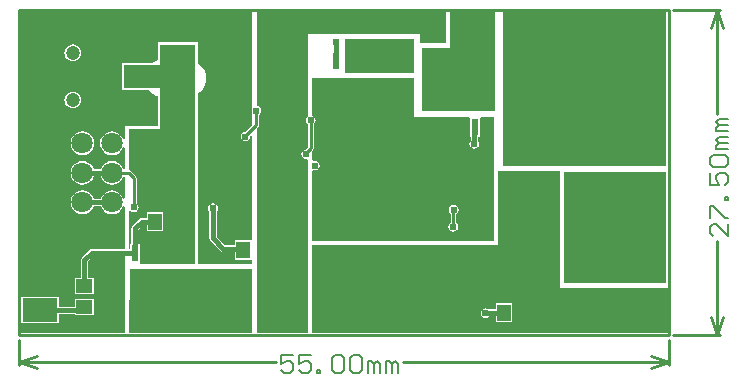
<source format=gtl>
G04*
G04 #@! TF.GenerationSoftware,Altium Limited,Altium Designer,20.0.2 (26)*
G04*
G04 Layer_Physical_Order=1*
G04 Layer_Color=255*
%FSLAX25Y25*%
%MOIN*%
G70*
G01*
G75*
%ADD12C,0.01500*%
%ADD13C,0.01000*%
%ADD14C,0.00600*%
%ADD15R,0.04567X0.05787*%
%ADD16R,0.07087X0.04449*%
%ADD17R,0.04449X0.07087*%
%ADD18R,0.05787X0.04567*%
%ADD19R,0.19685X0.13780*%
%ADD20R,0.11811X0.19685*%
%ADD21R,0.02402X0.05512*%
%ADD22R,0.15748X0.15000*%
%ADD23R,0.11811X0.07874*%
%ADD24R,0.04921X0.03937*%
%ADD45C,0.02000*%
%ADD46O,0.08661X0.05118*%
%ADD47C,0.04724*%
%ADD48R,0.14173X0.07874*%
%ADD49R,0.07874X0.14173*%
%ADD50R,0.06693X0.06693*%
%ADD51C,0.06693*%
%ADD52R,0.19685X0.11811*%
%ADD53R,0.07087X0.07087*%
%ADD54C,0.07087*%
%ADD55C,0.07087*%
%ADD56C,0.02400*%
G36*
X248500Y203500D02*
X240000D01*
Y206500D01*
X202500D01*
Y179056D01*
X202346Y178954D01*
X201993Y178424D01*
X201869Y177800D01*
X201993Y177176D01*
X202346Y176646D01*
X202500Y176544D01*
Y168777D01*
X201944Y168220D01*
X201376Y168107D01*
X200847Y167754D01*
X200493Y167224D01*
X200369Y166600D01*
X200493Y165976D01*
X200847Y165446D01*
X201376Y165093D01*
X202000Y164969D01*
X202114Y164991D01*
X202500Y164674D01*
Y107000D01*
X185500D01*
Y175049D01*
X185984Y175532D01*
X186182Y175830D01*
X186252Y176181D01*
Y179791D01*
X186488Y179949D01*
X186842Y180478D01*
X186966Y181102D01*
X186842Y181727D01*
X186488Y182256D01*
X185959Y182609D01*
X185500Y182701D01*
Y214000D01*
X248500D01*
Y203500D01*
D02*
G37*
G36*
X238000Y193500D02*
X215000D01*
Y205000D01*
X238000D01*
Y193500D01*
D02*
G37*
G36*
X265000Y181000D02*
X240500D01*
Y202000D01*
X250000D01*
Y214000D01*
X265000D01*
Y181000D01*
D02*
G37*
G36*
X184000Y181985D02*
X183827Y181727D01*
X183703Y181102D01*
X183827Y180478D01*
X184000Y180220D01*
Y176144D01*
X181889Y174033D01*
X181693Y174072D01*
X181069Y173948D01*
X180539Y173594D01*
X180186Y173065D01*
X180062Y172441D01*
X180186Y171817D01*
X180539Y171287D01*
X181069Y170934D01*
X181693Y170810D01*
X182317Y170934D01*
X182846Y171287D01*
X183200Y171817D01*
X183324Y172441D01*
X183273Y172698D01*
X183507Y172913D01*
X184000Y172704D01*
Y138110D01*
X183530Y138038D01*
X183500Y138038D01*
X178163D01*
Y136212D01*
X174799D01*
X172039Y138972D01*
Y147398D01*
X172373Y147899D01*
X172497Y148524D01*
X172373Y149148D01*
X172020Y149677D01*
X171490Y150031D01*
X170866Y150155D01*
X170242Y150031D01*
X169713Y149677D01*
X169359Y149148D01*
X169235Y148524D01*
X169359Y147899D01*
X169694Y147398D01*
Y138487D01*
X169783Y138038D01*
X170037Y137657D01*
X173484Y134210D01*
X173865Y133956D01*
X174313Y133867D01*
X178163D01*
Y131450D01*
X183500D01*
X183530Y131450D01*
X184000Y131378D01*
Y130000D01*
X166000D01*
Y186887D01*
X166685Y187449D01*
X167473Y188409D01*
X168058Y189504D01*
X168419Y190693D01*
X168541Y191929D01*
X168419Y193165D01*
X168058Y194354D01*
X167473Y195449D01*
X166685Y196409D01*
X166000Y196971D01*
Y204000D01*
X152500D01*
Y197963D01*
X151906Y197783D01*
X150811Y197197D01*
X150570Y197000D01*
X140500D01*
Y188000D01*
X149398D01*
X149850Y187449D01*
X150811Y186661D01*
X151906Y186075D01*
X152500Y185895D01*
Y176000D01*
X141437D01*
Y171570D01*
X140937Y171471D01*
X140649Y172166D01*
X140017Y172990D01*
X139193Y173622D01*
X138234Y174019D01*
X137205Y174154D01*
X136175Y174019D01*
X135216Y173622D01*
X134392Y172990D01*
X133760Y172166D01*
X133363Y171207D01*
X133227Y170177D01*
X133363Y169148D01*
X133760Y168189D01*
X134392Y167365D01*
X135216Y166733D01*
X136175Y166335D01*
X137205Y166200D01*
X138234Y166335D01*
X139193Y166733D01*
X140017Y167365D01*
X140649Y168189D01*
X140937Y168883D01*
X141437Y168784D01*
Y161728D01*
X140937Y161628D01*
X140649Y162323D01*
X140017Y163147D01*
X139193Y163779D01*
X138234Y164176D01*
X137205Y164312D01*
X136175Y164176D01*
X135216Y163779D01*
X134392Y163147D01*
X133760Y162323D01*
X133422Y161507D01*
X131145D01*
X130807Y162323D01*
X130175Y163147D01*
X129351Y163779D01*
X128392Y164176D01*
X127362Y164312D01*
X126333Y164176D01*
X125373Y163779D01*
X124550Y163147D01*
X123918Y162323D01*
X123520Y161364D01*
X123385Y160335D01*
X123520Y159305D01*
X123918Y158346D01*
X124550Y157522D01*
X125373Y156890D01*
X126333Y156493D01*
X127362Y156357D01*
X128392Y156493D01*
X129351Y156890D01*
X130175Y157522D01*
X130807Y158346D01*
X131145Y159162D01*
X133422D01*
X133760Y158346D01*
X134392Y157522D01*
X135216Y156890D01*
X136175Y156493D01*
X137205Y156357D01*
X138234Y156493D01*
X139193Y156890D01*
X140017Y157522D01*
X140649Y158346D01*
X140937Y159041D01*
X141437Y158941D01*
Y151885D01*
X140937Y151786D01*
X140649Y152481D01*
X140017Y153305D01*
X139193Y153937D01*
X138234Y154334D01*
X137205Y154470D01*
X136175Y154334D01*
X135216Y153937D01*
X134392Y153305D01*
X133760Y152481D01*
X133422Y151665D01*
X131145D01*
X130807Y152481D01*
X130175Y153305D01*
X129351Y153937D01*
X128392Y154334D01*
X127362Y154470D01*
X126333Y154334D01*
X125373Y153937D01*
X124550Y153305D01*
X123918Y152481D01*
X123520Y151522D01*
X123385Y150492D01*
X123520Y149463D01*
X123918Y148503D01*
X124550Y147680D01*
X125373Y147048D01*
X126333Y146650D01*
X127362Y146515D01*
X128392Y146650D01*
X129351Y147048D01*
X130175Y147680D01*
X130807Y148503D01*
X131145Y149320D01*
X133422D01*
X133760Y148503D01*
X134392Y147680D01*
X135216Y147048D01*
X136175Y146650D01*
X137205Y146515D01*
X138234Y146650D01*
X139193Y147048D01*
X140017Y147680D01*
X140649Y148503D01*
X140937Y149198D01*
X141437Y149099D01*
Y134932D01*
X130512D01*
X130063Y134843D01*
X129683Y134589D01*
X127171Y132077D01*
X126917Y131697D01*
X126828Y131248D01*
Y125187D01*
X124706D01*
Y119820D01*
X131294D01*
Y125187D01*
X129173D01*
Y130762D01*
X130998Y132587D01*
X141437D01*
Y107087D01*
X107000D01*
Y110230D01*
X119396D01*
Y113394D01*
X124706D01*
Y112813D01*
X131294D01*
Y118180D01*
X124706D01*
Y115740D01*
X119396D01*
Y118904D01*
X107000D01*
Y214000D01*
X184000D01*
Y181985D01*
D02*
G37*
G36*
X322000Y162500D02*
X267500D01*
Y214000D01*
X322000D01*
Y162500D01*
D02*
G37*
G36*
X238000Y179000D02*
X256141D01*
X256509Y178683D01*
X256509Y178500D01*
Y172372D01*
X256827D01*
Y171125D01*
X256493Y170624D01*
X256369Y170000D01*
X256493Y169376D01*
X256846Y168846D01*
X257376Y168493D01*
X258000Y168369D01*
X258624Y168493D01*
X259154Y168846D01*
X259507Y169376D01*
X259631Y170000D01*
X259507Y170624D01*
X259173Y171125D01*
Y172372D01*
X259711D01*
Y178500D01*
X259711Y178683D01*
X260080Y179000D01*
X264500D01*
Y137500D01*
X204000D01*
Y160865D01*
X204500Y161228D01*
X204823Y161164D01*
X205447Y161288D01*
X205976Y161642D01*
X206330Y162171D01*
X206454Y162795D01*
X206330Y163420D01*
X205976Y163949D01*
X205447Y164302D01*
X204823Y164427D01*
X204500Y164362D01*
X204000Y164725D01*
Y167681D01*
X204149Y167830D01*
X204348Y168128D01*
X204418Y168479D01*
Y176489D01*
X204654Y176646D01*
X205007Y177176D01*
X205131Y177800D01*
X205007Y178424D01*
X204654Y178954D01*
X204124Y179307D01*
X204000Y179332D01*
Y192000D01*
X238000D01*
Y179000D01*
D02*
G37*
G36*
X164862Y130020D02*
X146668D01*
X146463Y130435D01*
Y136747D01*
X146035D01*
Y141424D01*
X147533Y142922D01*
X148931D01*
Y140801D01*
X154298D01*
Y147388D01*
X148931D01*
Y145267D01*
X147047D01*
X146598Y145178D01*
X146218Y144924D01*
X144033Y142738D01*
X143779Y142358D01*
X143690Y141909D01*
Y136747D01*
X143261D01*
Y134932D01*
X142717D01*
Y147690D01*
X143217Y147842D01*
X143335Y147665D01*
X143864Y147312D01*
X144488Y147188D01*
X145113Y147312D01*
X145642Y147665D01*
X145995Y148195D01*
X146119Y148819D01*
X145995Y149443D01*
X145642Y149972D01*
X145406Y150130D01*
Y158563D01*
X145336Y158914D01*
X145137Y159212D01*
X143365Y160984D01*
X143068Y161182D01*
X142717Y161252D01*
Y174902D01*
X153347D01*
Y188484D01*
X141339D01*
Y196161D01*
X153347D01*
Y203051D01*
X164862D01*
Y130020D01*
D02*
G37*
G36*
X322000Y123500D02*
X288000D01*
Y139000D01*
Y160500D01*
X322000D01*
Y123500D01*
D02*
G37*
G36*
X286614Y122047D02*
X322441D01*
Y107087D01*
X203937D01*
Y136221D01*
X265748D01*
Y161024D01*
X286614D01*
Y122047D01*
D02*
G37*
G36*
X183760Y106890D02*
X143368D01*
X143017Y107246D01*
X143307Y128445D01*
X183760D01*
Y106890D01*
D02*
G37*
%LPC*%
G36*
X124114Y203168D02*
X123393Y203073D01*
X122721Y202795D01*
X122144Y202352D01*
X121701Y201775D01*
X121423Y201103D01*
X121328Y200382D01*
X121423Y199661D01*
X121701Y198989D01*
X122144Y198412D01*
X122721Y197969D01*
X123393Y197691D01*
X124114Y197596D01*
X124835Y197691D01*
X125507Y197969D01*
X126084Y198412D01*
X126527Y198989D01*
X126805Y199661D01*
X126900Y200382D01*
X126805Y201103D01*
X126527Y201775D01*
X126084Y202352D01*
X125507Y202795D01*
X124835Y203073D01*
X124114Y203168D01*
D02*
G37*
G36*
Y187420D02*
X123393Y187325D01*
X122721Y187047D01*
X122144Y186604D01*
X121701Y186027D01*
X121423Y185355D01*
X121328Y184634D01*
X121423Y183913D01*
X121701Y183241D01*
X122144Y182664D01*
X122721Y182221D01*
X123393Y181943D01*
X124114Y181848D01*
X124835Y181943D01*
X125507Y182221D01*
X126084Y182664D01*
X126527Y183241D01*
X126805Y183913D01*
X126900Y184634D01*
X126805Y185355D01*
X126527Y186027D01*
X126084Y186604D01*
X125507Y187047D01*
X124835Y187325D01*
X124114Y187420D01*
D02*
G37*
G36*
X127362Y174154D02*
X126333Y174019D01*
X125373Y173622D01*
X124550Y172990D01*
X123918Y172166D01*
X123520Y171207D01*
X123385Y170177D01*
X123520Y169148D01*
X123918Y168189D01*
X124550Y167365D01*
X125373Y166733D01*
X126333Y166335D01*
X127362Y166200D01*
X128392Y166335D01*
X129351Y166733D01*
X130175Y167365D01*
X130807Y168189D01*
X131204Y169148D01*
X131340Y170177D01*
X131204Y171207D01*
X130807Y172166D01*
X130175Y172990D01*
X129351Y173622D01*
X128392Y174019D01*
X127362Y174154D01*
D02*
G37*
G36*
X251083Y149663D02*
X250458Y149539D01*
X249929Y149185D01*
X249575Y148656D01*
X249451Y148031D01*
X249575Y147407D01*
X249929Y146878D01*
X250116Y146753D01*
Y143765D01*
X249831Y143575D01*
X249477Y143046D01*
X249353Y142421D01*
X249477Y141797D01*
X249831Y141268D01*
X250360Y140914D01*
X250984Y140790D01*
X251608Y140914D01*
X252138Y141268D01*
X252491Y141797D01*
X252616Y142421D01*
X252491Y143046D01*
X252138Y143575D01*
X251951Y143700D01*
Y146687D01*
X252236Y146878D01*
X252590Y147407D01*
X252714Y148031D01*
X252590Y148656D01*
X252236Y149185D01*
X251707Y149539D01*
X251083Y149663D01*
D02*
G37*
G36*
X270439Y117073D02*
X265072D01*
Y114952D01*
X262586D01*
X262321Y115129D01*
X261697Y115253D01*
X261073Y115129D01*
X260543Y114776D01*
X260190Y114246D01*
X260066Y113622D01*
X260190Y112998D01*
X260543Y112469D01*
X261073Y112115D01*
X261697Y111991D01*
X262321Y112115D01*
X262850Y112469D01*
X262943Y112607D01*
X265072D01*
Y110486D01*
X270439D01*
Y117073D01*
D02*
G37*
%LPD*%
D12*
X261697Y113779D02*
X267756D01*
X227000Y197701D02*
Y204000D01*
X221969Y197701D02*
Y204000D01*
X258000Y170000D02*
Y175528D01*
X211968Y197701D02*
Y204000D01*
X170866Y138487D02*
Y148524D01*
Y138487D02*
X174313Y135039D01*
X180551D01*
X180847Y134744D01*
X147047Y144095D02*
X151614D01*
X144862Y141909D02*
X147047Y144095D01*
X144862Y133591D02*
Y141909D01*
X144693Y133760D02*
X144862Y133591D01*
X130512Y133760D02*
X144693D01*
X128000Y122504D02*
Y131248D01*
X130512Y133760D01*
X113091Y114567D02*
X127071D01*
X128000Y115496D01*
X127362Y160335D02*
X137205D01*
X127362Y150492D02*
X137205D01*
X261697Y113622D02*
Y113779D01*
X258000Y175528D02*
X258110D01*
X211968Y204000D02*
X212000D01*
X226969Y197701D02*
X227000D01*
X221969Y204000D02*
X222000D01*
X216968D02*
X217000D01*
D13*
X144488Y148819D02*
Y158563D01*
X142717Y160335D02*
X144488Y158563D01*
X137205Y160335D02*
X142717D01*
X185335Y176181D02*
Y181102D01*
X181693Y172539D02*
X185335Y176181D01*
X181693Y172441D02*
Y172539D01*
X250984Y142421D02*
X251033Y142471D01*
Y147982D01*
X251083Y148031D01*
X203500Y168479D02*
Y177800D01*
X202000Y166600D02*
Y166979D01*
X203500Y168479D01*
X322835Y106299D02*
Y214567D01*
X106299Y106299D02*
X322835D01*
X106299Y214567D02*
X322835D01*
X106299Y106299D02*
Y214567D01*
Y97244D02*
X112299Y99244D01*
X106299Y97244D02*
X112299Y95244D01*
X316835D02*
X322835Y97244D01*
X316835Y99244D02*
X322835Y97244D01*
X106299D02*
X191873D01*
X234061D02*
X322835D01*
X106299Y96244D02*
Y104799D01*
X322835Y96244D02*
Y104799D01*
X336976Y112299D02*
X338976Y106299D01*
X340976Y112299D01*
X338976Y214567D02*
X340976Y208567D01*
X336976D02*
X338976Y214567D01*
Y106299D02*
Y137739D01*
Y179927D02*
Y214567D01*
X324335Y106299D02*
X339976D01*
X324335Y214567D02*
X339976D01*
D14*
X197472Y99643D02*
X193473D01*
Y96644D01*
X195473Y97644D01*
X196472D01*
X197472Y96644D01*
Y94645D01*
X196472Y93645D01*
X194473D01*
X193473Y94645D01*
X203470Y99643D02*
X199471D01*
Y96644D01*
X201471Y97644D01*
X202470D01*
X203470Y96644D01*
Y94645D01*
X202470Y93645D01*
X200471D01*
X199471Y94645D01*
X205469Y93645D02*
Y94645D01*
X206469D01*
Y93645D01*
X205469D01*
X210468Y98643D02*
X211467Y99643D01*
X213467D01*
X214466Y98643D01*
Y94645D01*
X213467Y93645D01*
X211467D01*
X210468Y94645D01*
Y98643D01*
X216466D02*
X217465Y99643D01*
X219465D01*
X220464Y98643D01*
Y94645D01*
X219465Y93645D01*
X217465D01*
X216466Y94645D01*
Y98643D01*
X222464Y93645D02*
Y97644D01*
X223464D01*
X224463Y96644D01*
Y93645D01*
Y96644D01*
X225463Y97644D01*
X226463Y96644D01*
Y93645D01*
X228462D02*
Y97644D01*
X229462D01*
X230461Y96644D01*
Y93645D01*
Y96644D01*
X231461Y97644D01*
X232461Y96644D01*
Y93645D01*
X342575Y143338D02*
Y139339D01*
X338577Y143338D01*
X337577D01*
X336577Y142338D01*
Y140339D01*
X337577Y139339D01*
X336577Y145337D02*
Y149336D01*
X337577D01*
X341576Y145337D01*
X342575D01*
Y151336D02*
X341576D01*
Y152335D01*
X342575D01*
Y151336D01*
X336577Y160333D02*
Y156334D01*
X339576D01*
X338577Y158333D01*
Y159333D01*
X339576Y160333D01*
X341576D01*
X342575Y159333D01*
Y157334D01*
X341576Y156334D01*
X337577Y162332D02*
X336577Y163332D01*
Y165331D01*
X337577Y166331D01*
X341576D01*
X342575Y165331D01*
Y163332D01*
X341576Y162332D01*
X337577D01*
X342575Y168330D02*
X338577D01*
Y169330D01*
X339576Y170329D01*
X342575D01*
X339576D01*
X338577Y171329D01*
X339576Y172329D01*
X342575D01*
Y174328D02*
X338577D01*
Y175328D01*
X339576Y176327D01*
X342575D01*
X339576D01*
X338577Y177327D01*
X339576Y178327D01*
X342575D01*
D15*
X158622Y144095D02*
D03*
X151614D02*
D03*
X187854Y134744D02*
D03*
X180847D02*
D03*
X267756Y113779D02*
D03*
X274764D02*
D03*
D16*
X314665Y167283D02*
D03*
Y155551D02*
D03*
D17*
X244528Y208169D02*
D03*
X256260D02*
D03*
D18*
X128000Y122504D02*
D03*
Y115496D02*
D03*
D19*
X234252Y160366D02*
D03*
X234253Y115090D02*
D03*
D20*
X195177Y117323D02*
D03*
X174606Y117421D02*
D03*
D21*
X243110Y175528D02*
D03*
X248110D02*
D03*
X253110D02*
D03*
X258110D02*
D03*
X258110Y197701D02*
D03*
X253110D02*
D03*
X248110D02*
D03*
X243110D02*
D03*
X226969Y197701D02*
D03*
X221969D02*
D03*
X216968D02*
D03*
X211968D02*
D03*
X211968Y175528D02*
D03*
X216968D02*
D03*
X221969D02*
D03*
X226969D02*
D03*
X159862Y133591D02*
D03*
X154862D02*
D03*
X149862D02*
D03*
X144862D02*
D03*
X144862Y111417D02*
D03*
X149862D02*
D03*
X154862D02*
D03*
X159862D02*
D03*
D22*
X250610Y189433D02*
D03*
X219468Y183795D02*
D03*
X152362Y119685D02*
D03*
D23*
X113091Y114567D02*
D03*
Y132087D02*
D03*
D24*
X179823Y208661D02*
D03*
X191437D02*
D03*
D45*
X216968Y197701D02*
Y204000D01*
D46*
X147736Y200776D02*
D03*
Y192508D02*
D03*
Y184240D02*
D03*
D47*
X124114Y200382D02*
D03*
Y184634D02*
D03*
D48*
X145669Y210039D02*
D03*
D49*
X158268Y191929D02*
D03*
X133858D02*
D03*
D50*
X275571Y127756D02*
D03*
D51*
X295571D02*
D03*
D52*
X312008Y207677D02*
D03*
Y113287D02*
D03*
D53*
X191535Y198721D02*
D03*
D54*
X177756D02*
D03*
D55*
X137205Y170177D02*
D03*
Y150492D02*
D03*
Y160335D02*
D03*
X127362Y170177D02*
D03*
Y160335D02*
D03*
Y150492D02*
D03*
D56*
X144488Y148819D02*
D03*
X279528Y200787D02*
D03*
Y204724D02*
D03*
Y208661D02*
D03*
X275590D02*
D03*
Y204724D02*
D03*
Y200787D02*
D03*
X271654D02*
D03*
Y204724D02*
D03*
Y208661D02*
D03*
X169291Y200787D02*
D03*
Y204724D02*
D03*
Y133858D02*
D03*
X129921Y137795D02*
D03*
X125984Y133858D02*
D03*
X122047D02*
D03*
X125984Y137795D02*
D03*
X122047D02*
D03*
X114173Y204724D02*
D03*
X110236D02*
D03*
Y200787D02*
D03*
X114173D02*
D03*
X118110D02*
D03*
Y204724D02*
D03*
Y208661D02*
D03*
X114173D02*
D03*
X110236D02*
D03*
X318898Y181102D02*
D03*
Y185039D02*
D03*
Y188976D02*
D03*
X314961D02*
D03*
Y185039D02*
D03*
Y181102D02*
D03*
X311024D02*
D03*
Y185039D02*
D03*
Y188976D02*
D03*
X318898Y133858D02*
D03*
Y137795D02*
D03*
Y141732D02*
D03*
X311024Y133858D02*
D03*
Y137795D02*
D03*
Y141732D02*
D03*
X314961Y133858D02*
D03*
Y141732D02*
D03*
Y137795D02*
D03*
X168209Y179528D02*
D03*
X185335Y181102D02*
D03*
X181693Y172441D02*
D03*
X114370Y146653D02*
D03*
X197736Y134547D02*
D03*
X250984Y142421D02*
D03*
X251083Y148031D02*
D03*
X263484Y184055D02*
D03*
X298031Y149056D02*
D03*
X277165Y148819D02*
D03*
X216535Y154235D02*
D03*
X203500Y177800D02*
D03*
X202000Y166600D02*
D03*
X204823Y162795D02*
D03*
X168996Y162992D02*
D03*
X170866Y148524D02*
D03*
X282827Y165748D02*
D03*
X261697Y113622D02*
D03*
X258000Y170000D02*
D03*
X212000Y204000D02*
D03*
X227000D02*
D03*
X222000D02*
D03*
X217000D02*
D03*
M02*

</source>
